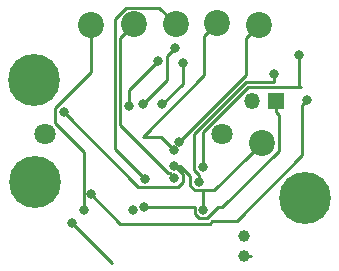
<source format=gbr>
G04 #@! TF.GenerationSoftware,KiCad,Pcbnew,(5.0.1-3-g963ef8bb5)*
G04 #@! TF.CreationDate,2019-01-03T19:12:47-05:00*
G04 #@! TF.ProjectId,neoshiba,6E656F73686962612E6B696361645F70,rev?*
G04 #@! TF.SameCoordinates,Original*
G04 #@! TF.FileFunction,Copper,L2,Bot,Signal*
G04 #@! TF.FilePolarity,Positive*
%FSLAX46Y46*%
G04 Gerber Fmt 4.6, Leading zero omitted, Abs format (unit mm)*
G04 Created by KiCad (PCBNEW (5.0.1-3-g963ef8bb5)) date Thursday, January 03, 2019 at 07:12:47 PM*
%MOMM*%
%LPD*%
G01*
G04 APERTURE LIST*
G04 #@! TA.AperFunction,ComponentPad*
%ADD10C,4.400000*%
G04 #@! TD*
G04 #@! TA.AperFunction,ComponentPad*
%ADD11C,1.000000*%
G04 #@! TD*
G04 #@! TA.AperFunction,ComponentPad*
%ADD12C,2.200000*%
G04 #@! TD*
G04 #@! TA.AperFunction,ComponentPad*
%ADD13C,1.800000*%
G04 #@! TD*
G04 #@! TA.AperFunction,ComponentPad*
%ADD14R,1.350000X1.350000*%
G04 #@! TD*
G04 #@! TA.AperFunction,ComponentPad*
%ADD15O,1.350000X1.350000*%
G04 #@! TD*
G04 #@! TA.AperFunction,ViaPad*
%ADD16C,0.800000*%
G04 #@! TD*
G04 #@! TA.AperFunction,Conductor*
%ADD17C,0.250000*%
G04 #@! TD*
G04 APERTURE END LIST*
D10*
G04 #@! TO.P,SW1,1*
G04 #@! TO.N,Net-(SW1-Pad1)*
X166320000Y-99170000D03*
G04 #@! TD*
G04 #@! TO.P,SW3,1*
G04 #@! TO.N,Net-(SW3-Pad1)*
X143510000Y-97880000D03*
G04 #@! TD*
G04 #@! TO.P,SW2,1*
G04 #@! TO.N,Net-(SW2-Pad1)*
X143390000Y-89230000D03*
G04 #@! TD*
D11*
G04 #@! TO.P,Y1,1*
G04 #@! TO.N,Net-(C1-Pad2)*
X161140000Y-102420000D03*
G04 #@! TO.P,Y1,2*
G04 #@! TO.N,Net-(C2-Pad2)*
X161140000Y-104120000D03*
G04 #@! TD*
D12*
G04 #@! TO.P,H6,1*
G04 #@! TO.N,VCC*
X162670000Y-94530000D03*
G04 #@! TD*
G04 #@! TO.P,H5,1*
G04 #@! TO.N,Net-(H5-Pad1)*
X155370000Y-84480000D03*
G04 #@! TD*
G04 #@! TO.P,H4,1*
G04 #@! TO.N,Net-(H4-Pad1)*
X148250000Y-84560000D03*
G04 #@! TD*
G04 #@! TO.P,H3,1*
G04 #@! TO.N,Net-(H3-Pad1)*
X158900000Y-84400000D03*
G04 #@! TD*
G04 #@! TO.P,H2,1*
G04 #@! TO.N,Net-(H2-Pad1)*
X162420000Y-84520000D03*
G04 #@! TD*
G04 #@! TO.P,H1,1*
G04 #@! TO.N,Net-(H1-Pad1)*
X151860000Y-84510000D03*
G04 #@! TD*
D13*
G04 #@! TO.P,H8,1*
G04 #@! TO.N,GND*
X159320000Y-93780000D03*
G04 #@! TD*
G04 #@! TO.P,H7,1*
G04 #@! TO.N,GND*
X144290000Y-93780000D03*
G04 #@! TD*
D14*
G04 #@! TO.P,SW4,1*
G04 #@! TO.N,Net-(SW4-Pad1)*
X163860000Y-90980000D03*
D15*
G04 #@! TO.P,SW4,2*
G04 #@! TO.N,VCC*
X161860000Y-90980000D03*
G04 #@! TD*
D16*
G04 #@! TO.N,Net-(D1-Pad2)*
X148180000Y-98900000D03*
X166500000Y-90930000D03*
G04 #@! TO.N,Net-(U1-Pad40)*
X153910000Y-87580000D03*
G04 #@! TO.N,Net-(U1-Pad38)*
X155330000Y-86500000D03*
G04 #@! TO.N,Net-(U1-Pad37)*
X156020000Y-87740000D03*
G04 #@! TO.N,Net-(H4-Pad1)*
X147650000Y-100260000D03*
G04 #@! TO.N,Net-(H5-Pad1)*
X152750000Y-97580000D03*
G04 #@! TO.N,Net-(SW3-Pad1)*
X151750000Y-100180000D03*
G04 #@! TO.N,Net-(SW4-Pad1)*
X152710000Y-99995000D03*
G04 #@! TO.N,Net-(U1-Pad18)*
X163716500Y-88676500D03*
X157360000Y-97810000D03*
G04 #@! TO.N,Net-(H1-Pad1)*
X155270000Y-97516978D03*
G04 #@! TO.N,VCC*
X155220000Y-96470000D03*
X157715000Y-100200000D03*
X145930000Y-91960000D03*
G04 #@! TO.N,Net-(H3-Pad1)*
X155220000Y-95130000D03*
G04 #@! TO.N,Net-(H2-Pad1)*
X155630000Y-94457178D03*
G04 #@! TO.N,Net-(U1-Pad37)*
X154250000Y-91280000D03*
G04 #@! TO.N,Net-(U1-Pad38)*
X152625000Y-91260000D03*
G04 #@! TO.N,Net-(U1-Pad40)*
X151413022Y-91420000D03*
G04 #@! TO.N,Net-(C2-Pad2)*
X146620000Y-101330000D03*
G04 #@! TO.N,Net-(U1-Pad19)*
X165850000Y-87090000D03*
X157720000Y-96565000D03*
G04 #@! TD*
D17*
G04 #@! TO.N,Net-(H4-Pad1)*
X145204999Y-92881997D02*
X147650000Y-95326998D01*
X145204999Y-91611999D02*
X145204999Y-92881997D01*
X148250000Y-88566998D02*
X145204999Y-91611999D01*
X148250000Y-84560000D02*
X148250000Y-88566998D01*
X147650000Y-95326998D02*
X147650000Y-100260000D01*
X147650000Y-100260000D02*
X147650000Y-100260000D01*
G04 #@! TO.N,Net-(H5-Pad1)*
X150238011Y-84022987D02*
X150238011Y-95068011D01*
X153974999Y-83084999D02*
X151175999Y-83084999D01*
X151175999Y-83084999D02*
X150238011Y-84022987D01*
X155370000Y-84480000D02*
X153974999Y-83084999D01*
X150238011Y-95068011D02*
X152750000Y-97580000D01*
X152750000Y-97580000D02*
X152750000Y-97580000D01*
G04 #@! TO.N,Net-(SW4-Pad1)*
X163860000Y-91905000D02*
X163860000Y-90980000D01*
X159314002Y-99995000D02*
X159295000Y-99995000D01*
X164095001Y-92140001D02*
X163860000Y-91905000D01*
X164095001Y-95214001D02*
X164095001Y-92140001D01*
X159314002Y-99995000D02*
X164095001Y-95214001D01*
X157366999Y-100925001D02*
X156980000Y-100538002D01*
X158063001Y-100925001D02*
X157366999Y-100925001D01*
X158993002Y-99995000D02*
X158063001Y-100925001D01*
X159314002Y-99995000D02*
X158993002Y-99995000D01*
X156980000Y-100538002D02*
X156980000Y-99970000D01*
X156955000Y-99995000D02*
X152710000Y-99995000D01*
X156980000Y-99970000D02*
X156955000Y-99995000D01*
G04 #@! TO.N,Net-(U1-Pad18)*
X157360000Y-97244315D02*
X156940000Y-96824315D01*
X157360000Y-97810000D02*
X157360000Y-97244315D01*
X156940000Y-93783588D02*
X161373588Y-89350000D01*
X156940000Y-96824315D02*
X156940000Y-93783588D01*
X161373588Y-89350000D02*
X163720000Y-89350000D01*
X163716500Y-89346500D02*
X163716500Y-88676500D01*
X163720000Y-89350000D02*
X163716500Y-89346500D01*
G04 #@! TO.N,Net-(D1-Pad2)*
X150655011Y-101375011D02*
X148180000Y-98900000D01*
X158249401Y-101375011D02*
X150655011Y-101375011D01*
X166100001Y-95602587D02*
X160532588Y-101170000D01*
X158454412Y-101170000D02*
X158249401Y-101375011D01*
X160532588Y-101170000D02*
X158454412Y-101170000D01*
X166100001Y-91329999D02*
X166100001Y-95602587D01*
X166500000Y-90930000D02*
X166100001Y-91329999D01*
G04 #@! TO.N,Net-(H1-Pad1)*
X154870001Y-97116979D02*
X154756979Y-97116979D01*
X155270000Y-97516978D02*
X154870001Y-97116979D01*
X150760001Y-85609999D02*
X151860000Y-84510000D01*
X150688021Y-85681979D02*
X150760001Y-85609999D01*
X150688021Y-93048021D02*
X150688021Y-85681979D01*
X154756979Y-97116979D02*
X150688021Y-93048021D01*
G04 #@! TO.N,VCC*
X161570001Y-95629999D02*
X162670000Y-94530000D01*
X158664999Y-98535001D02*
X161570001Y-95629999D01*
X157011999Y-98535001D02*
X158664999Y-98535001D01*
X156634999Y-98158001D02*
X157011999Y-98535001D01*
X156634999Y-97319314D02*
X156634999Y-98158001D01*
X155785685Y-96470000D02*
X156634999Y-97319314D01*
X155220000Y-96470000D02*
X155785685Y-96470000D01*
X157715000Y-98620001D02*
X157800000Y-98535001D01*
X155618001Y-98241979D02*
X152211979Y-98241979D01*
X155995001Y-97864979D02*
X155618001Y-98241979D01*
X155995001Y-97168977D02*
X155995001Y-97864979D01*
X155296024Y-96470000D02*
X155995001Y-97168977D01*
X155220000Y-96470000D02*
X155296024Y-96470000D01*
X152211979Y-98241979D02*
X145930000Y-91960000D01*
X145930000Y-91960000D02*
X145930000Y-91960000D01*
X157715000Y-100200000D02*
X157715000Y-98620001D01*
G04 #@! TO.N,Net-(H3-Pad1)*
X157800001Y-85499999D02*
X157800001Y-88809999D01*
X158900000Y-84400000D02*
X157800001Y-85499999D01*
X157800001Y-88809999D02*
X152600000Y-94010000D01*
X154100000Y-94010000D02*
X155220000Y-95130000D01*
X152600000Y-94010000D02*
X154100000Y-94010000D01*
G04 #@! TO.N,Net-(H2-Pad1)*
X161320001Y-88767177D02*
X155630000Y-94457178D01*
X161320001Y-85619999D02*
X161320001Y-88767177D01*
X162420000Y-84520000D02*
X161320001Y-85619999D01*
X155630000Y-94457178D02*
X155630000Y-94457178D01*
G04 #@! TO.N,Net-(U1-Pad37)*
X156020000Y-89510000D02*
X156020000Y-87740000D01*
X154250000Y-91280000D02*
X156020000Y-89510000D01*
G04 #@! TO.N,Net-(U1-Pad38)*
X154635001Y-87194999D02*
X154930001Y-86899999D01*
X154635001Y-89249999D02*
X154635001Y-87194999D01*
X154930001Y-86899999D02*
X155330000Y-86500000D01*
X152625000Y-91260000D02*
X154635001Y-89249999D01*
G04 #@! TO.N,Net-(U1-Pad40)*
X151413022Y-90076978D02*
X153910000Y-87580000D01*
X151413022Y-91420000D02*
X151413022Y-90076978D01*
G04 #@! TO.N,Net-(C2-Pad2)*
X161761641Y-104120000D02*
X161365010Y-104120000D01*
X146620000Y-101330000D02*
X146910010Y-101620010D01*
X146620000Y-101330000D02*
X150000010Y-104710010D01*
G04 #@! TO.N,Net-(U1-Pad19)*
X157720000Y-93639998D02*
X161529998Y-89830000D01*
X157720000Y-96565000D02*
X157720000Y-93639998D01*
X161529998Y-89830000D02*
X165960000Y-89830000D01*
X165850000Y-89720000D02*
X165850000Y-87090000D01*
X165960000Y-89830000D02*
X165850000Y-89720000D01*
G04 #@! TD*
M02*

</source>
